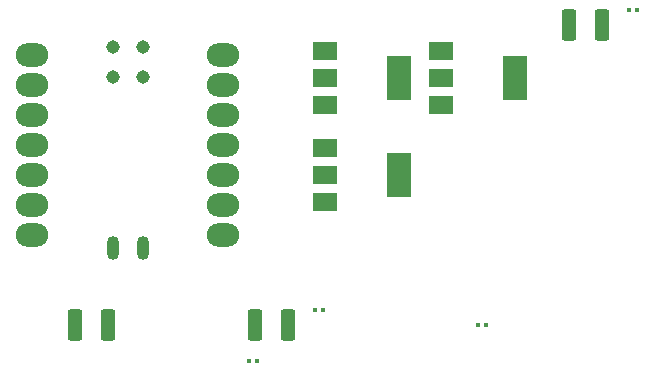
<source format=gbr>
%TF.GenerationSoftware,KiCad,Pcbnew,6.0.11+dfsg-1*%
%TF.CreationDate,2024-03-20T12:36:11-04:00*%
%TF.ProjectId,MainPCB,4d61696e-5043-4422-9e6b-696361645f70,rev?*%
%TF.SameCoordinates,Original*%
%TF.FileFunction,Paste,Top*%
%TF.FilePolarity,Positive*%
%FSLAX46Y46*%
G04 Gerber Fmt 4.6, Leading zero omitted, Abs format (unit mm)*
G04 Created by KiCad (PCBNEW 6.0.11+dfsg-1) date 2024-03-20 12:36:11*
%MOMM*%
%LPD*%
G01*
G04 APERTURE LIST*
G04 Aperture macros list*
%AMRoundRect*
0 Rectangle with rounded corners*
0 $1 Rounding radius*
0 $2 $3 $4 $5 $6 $7 $8 $9 X,Y pos of 4 corners*
0 Add a 4 corners polygon primitive as box body*
4,1,4,$2,$3,$4,$5,$6,$7,$8,$9,$2,$3,0*
0 Add four circle primitives for the rounded corners*
1,1,$1+$1,$2,$3*
1,1,$1+$1,$4,$5*
1,1,$1+$1,$6,$7*
1,1,$1+$1,$8,$9*
0 Add four rect primitives between the rounded corners*
20,1,$1+$1,$2,$3,$4,$5,0*
20,1,$1+$1,$4,$5,$6,$7,0*
20,1,$1+$1,$6,$7,$8,$9,0*
20,1,$1+$1,$8,$9,$2,$3,0*%
G04 Aperture macros list end*
%ADD10RoundRect,0.079500X-0.079500X-0.100500X0.079500X-0.100500X0.079500X0.100500X-0.079500X0.100500X0*%
%ADD11RoundRect,0.250000X-0.375000X-1.075000X0.375000X-1.075000X0.375000X1.075000X-0.375000X1.075000X0*%
%ADD12R,2.000000X1.500000*%
%ADD13R,2.000000X3.800000*%
%ADD14O,2.748280X1.998980*%
%ADD15O,1.016000X2.032000*%
%ADD16C,1.143000*%
G04 APERTURE END LIST*
D10*
%TO.C,R4*%
X200405000Y-82550000D03*
X201095000Y-82550000D03*
%TD*%
%TO.C,R3*%
X168215000Y-112240000D03*
X168905000Y-112240000D03*
%TD*%
%TO.C,R2*%
X187615000Y-109220000D03*
X188305000Y-109220000D03*
%TD*%
%TO.C,R1*%
X173865000Y-107950000D03*
X174555000Y-107950000D03*
%TD*%
D11*
%TO.C,D3*%
X168780000Y-109220000D03*
X171580000Y-109220000D03*
%TD*%
%TO.C,D2*%
X195320000Y-83820000D03*
X198120000Y-83820000D03*
%TD*%
%TO.C,D1*%
X153540000Y-109220000D03*
X156340000Y-109220000D03*
%TD*%
D12*
%TO.C,U3*%
X174650000Y-85970000D03*
D13*
X180950000Y-88270000D03*
D12*
X174650000Y-88270000D03*
X174650000Y-90570000D03*
%TD*%
D14*
%TO.C,U4*%
X149860000Y-86360000D03*
X149860000Y-88900000D03*
X149860000Y-91440000D03*
X149860000Y-93980000D03*
X149860000Y-96520000D03*
X149860000Y-99060000D03*
X149860000Y-101600000D03*
X166024560Y-101600000D03*
X166024560Y-99060000D03*
X166024560Y-96520000D03*
X166024560Y-93980000D03*
X166024560Y-91440000D03*
X166024560Y-88900000D03*
X166024560Y-86360000D03*
D15*
X156726880Y-102677820D03*
X159276880Y-102677820D03*
D16*
X156725683Y-85673633D03*
X159265683Y-85673633D03*
X156725683Y-88213633D03*
X159265683Y-88213633D03*
%TD*%
D12*
%TO.C,U2*%
X184500000Y-85970000D03*
D13*
X190800000Y-88270000D03*
D12*
X184500000Y-88270000D03*
X184500000Y-90570000D03*
%TD*%
%TO.C,U1*%
X174650000Y-94220000D03*
X174650000Y-96520000D03*
D13*
X180950000Y-96520000D03*
D12*
X174650000Y-98820000D03*
%TD*%
M02*

</source>
